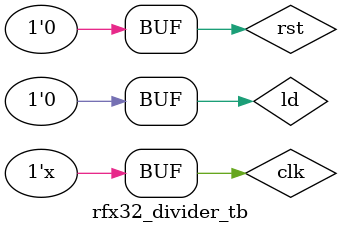
<source format=sv>
module rfx32_divider(rst, clk, ld, sgn, sgnus, a, b, qo, ro, dvByZr, done, idle);
parameter WID=32;
input clk;
input rst;
input ld;
input sgn;
input sgnus;
input [WID-1:0] a;
input [WID-1:0] b;
output [WID-1:0] qo;
reg [WID-1:0] qo;
output [WID-1:0] ro;
reg [WID-1:0] ro;
output done;
output idle;
output dvByZr;
reg dvByZr;

typedef enum logic [1:0] {
	IDLE = 2'd0,
	DIV = 2'd1,
	DONE = 2'd2
} div_state_t;
div_state_t state;

reg [WID-1:0] bb;
reg so;
reg [7:0] cnt;
wire cnt_done = cnt==8'd0;
assign done = state==DONE;//||(state==IDLE && !ld);
assign idle = state==IDLE;
reg ce1;
reg [WID-1:0] q;
reg [WID:0] r;
wire b0 = bb <= r;
wire [WID-1:0] r1 = b0 ? r - bb : r;

initial begin
  q = 'd0;
  r = 'd0;
  qo = 'd0;
  ro = 'd0;
end

always_ff @(posedge clk)
if (rst) begin
	bb <= {WID{1'b0}};
	q <= {WID{1'b0}};
	r <= {WID{1'b0}};
	qo <= {WID{1'b0}};
	ro <= {WID{1'b0}};
	cnt <= 8'd0;
	dvByZr <= 1'b0;
	state <= IDLE;
end
else
begin
	if (!cnt_done)
		cnt <= cnt - 8'd1;

case(state)
IDLE:	;
DIV:
	if (!cnt_done) begin
		$display("cnt:%d r1=%h q[63:0]=%h", cnt,r1,q);
		q <= {q[WID-2:0],b0};
		r <= {r1,q[WID-1]};
	end
	else begin
		$display("cnt:%d r1=%h q[63:0]=%h", cnt,r1,q);
		if (sgn|sgnus) begin
			if (so) begin
				qo <= -q;
				ro <= -r[WID:1];
			end
			else begin
				qo <= q;
				ro <= r[WID:1];
			end
		end
		else begin
			qo <= q;
			ro <= r[WID:1];
		end
		state <= DONE;
	end
DONE:
	state <= IDLE;
default: state <= IDLE;
endcase
	if (ld) begin
		if (sgn) begin
			q <= a[WID-1] ? -a : a;
			bb <= b[WID-1] ? -b : b;
			so <= a[WID-1] ^ b[WID-1];
		end
		else if (sgnus) begin
			q <= a[WID-1] ? -a : a;
            bb <= b;
            so <= a[WID-1];
		end
		else begin
			q <= a;
			bb <= b;
			so <= 1'b0;
			$display("bb=%d", b);
		end
		dvByZr <= b=={WID{1'b0}};
		r <= {WID{1'b0}};
		cnt <= WID+1;
		state <= DIV;
	end
end

endmodule

module rfx32_divider_tb();
parameter WID=64;
reg rst;
reg clk;
reg ld;
wire done;
wire [WID-1:0] qo,ro;

initial begin
	clk = 1;
	rst = 0;
	#100 rst = 1;
	#100 rst = 0;
	#100 ld = 1;
	#150 ld = 0;
end

always #10 clk = ~clk;	//  50 MHz


rfx32_divider #(WID) u1
(
	.rst(rst),
	.clk(clk),
	.ld(ld),
	.sgn(1'b1),
	.isDivi(1'b0),
	.a(64'd10005),
	.b(64'd27),
	.qo(qo),
	.ro(ro),
	.dvByZr(),
	.done(done),
	.idle()
);

endmodule


</source>
